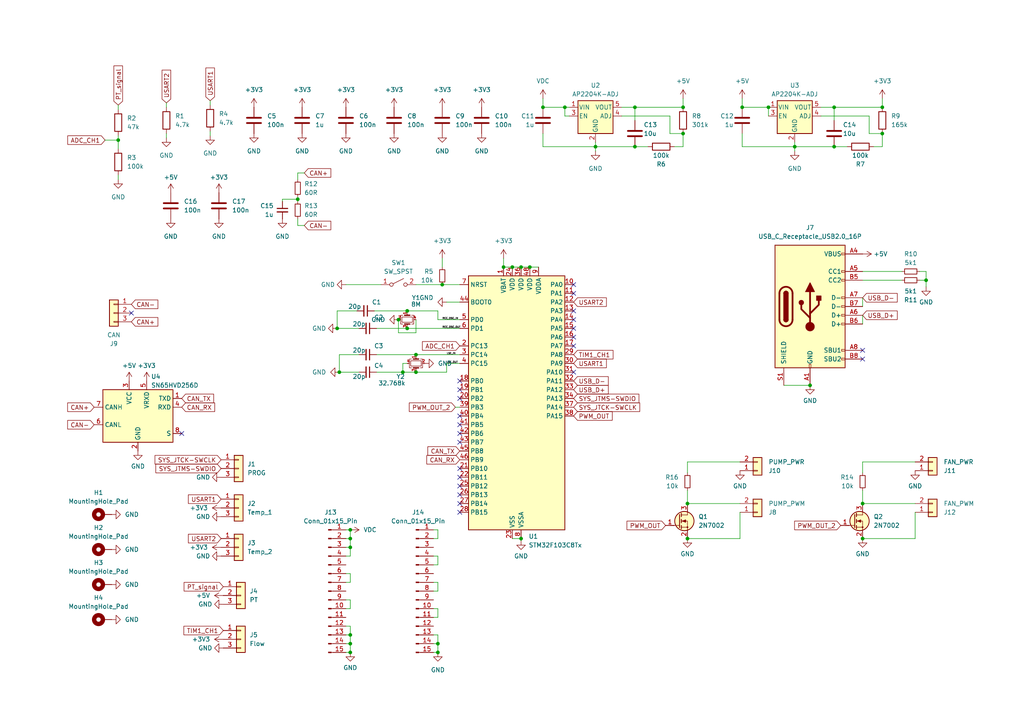
<source format=kicad_sch>
(kicad_sch (version 20230121) (generator eeschema)
  (paper "A4")
  (title_block (title "Cooling DAQ") (date "2025-02-05"))
  (lib_symbols
    (symbol "Connector:Conn_01x15_Pin" (pin_names (offset 1.016) hide)
      (property "Reference" "J" (at 0 20.32 0))
      (property "Value" "Conn_01x15_Pin" (at 0 -20.32 0))
      (symbol "Conn_01x15_Pin_1_1"
        (pin passive line (at 5.08 17.78 180) (length 3.81) (name "Pin_1") (number "1"))
        (pin passive line (at 5.08 -5.08 180) (length 3.81) (name "Pin_10") (number "10"))
        (pin passive line (at 5.08 -7.62 180) (length 3.81) (name "Pin_11") (number "11"))
        (pin passive line (at 5.08 -10.16 180) (length 3.81) (name "Pin_12") (number "12"))
        (pin passive line (at 5.08 -12.7 180) (length 3.81) (name "Pin_13") (number "13"))
        (pin passive line (at 5.08 -15.24 180) (length 3.81) (name "Pin_14") (number "14"))
        (pin passive line (at 5.08 -17.78 180) (length 3.81) (name "Pin_15") (number "15"))
        (pin passive line (at 5.08 15.24 180) (length 3.81) (name "Pin_2") (number "2"))
        (pin passive line (at 5.08 12.7 180) (length 3.81) (name "Pin_3") (number "3"))
        (pin passive line (at 5.08 10.16 180) (length 3.81) (name "Pin_4") (number "4"))
        (pin passive line (at 5.08 7.62 180) (length 3.81) (name "Pin_5") (number "5"))
        (pin passive line (at 5.08 5.08 180) (length 3.81) (name "Pin_6") (number "6"))
        (pin passive line (at 5.08 2.54 180) (length 3.81) (name "Pin_7") (number "7"))
        (pin passive line (at 5.08 0 180) (length 3.81) (name "Pin_8") (number "8"))
        (pin passive line (at 5.08 -2.54 180) (length 3.81) (name "Pin_9") (number "9"))
      )
    )
    (symbol "Connector:USB_C_Receptacle_USB2.0_16P" (pin_names (offset 1.016))
      (property "Reference" "J" (at 0 22.225 0))
      (property "Value" "USB_C_Receptacle_USB2.0_16P" (at 0 19.685 0))
      (symbol "USB_C_Receptacle_USB2.0_16P_1_1"
        (pin passive line (at 0 -22.86 90) (length 5.08) (name "GND") (number "A1"))
        (pin passive line (at 0 -22.86 90) (length 5.08) hide (name "GND") (number "A12"))
        (pin passive line (at 15.24 15.24 180) (length 5.08) (name "VBUS") (number "A4"))
        (pin bidirectional line (at 15.24 10.16 180) (length 5.08) (name "CC1") (number "A5"))
        (pin bidirectional line (at 15.24 -2.54 180) (length 5.08) (name "D+") (number "A6"))
        (pin bidirectional line (at 15.24 2.54 180) (length 5.08) (name "D-") (number "A7"))
        (pin bidirectional line (at 15.24 -12.7 180) (length 5.08) (name "SBU1") (number "A8"))
        (pin passive line (at 15.24 15.24 180) (length 5.08) hide (name "VBUS") (number "A9"))
        (pin passive line (at 0 -22.86 90) (length 5.08) hide (name "GND") (number "B1"))
        (pin passive line (at 0 -22.86 90) (length 5.08) hide (name "GND") (number "B12"))
        (pin passive line (at 15.24 15.24 180) (length 5.08) hide (name "VBUS") (number "B4"))
        (pin bidirectional line (at 15.24 7.62 180) (length 5.08) (name "CC2") (number "B5"))
        (pin bidirectional line (at 15.24 -5.08 180) (length 5.08) (name "D+") (number "B6"))
        (pin bidirectional line (at 15.24 0 180) (length 5.08) (name "D-") (number "B7"))
        (pin bidirectional line (at 15.24 -15.24 180) (length 5.08) (name "SBU2") (number "B8"))
        (pin passive line (at 15.24 15.24 180) (length 5.08) hide (name "VBUS") (number "B9"))
        (pin passive line (at -7.62 -22.86 90) (length 5.08) (name "SHIELD") (number "S1"))
      )
    )
    (symbol "Connector_Generic:Conn_01x02" (pin_names (offset 1.016) hide)
      (property "Reference" "J" (at 0 2.54 0))
      (property "Value" "Conn_01x02" (at 0 -5.08 0))
      (symbol "Conn_01x02_1_1"
        (pin passive line (at -5.08 0 0) (length 3.81) (name "Pin_1") (number "1"))
        (pin passive line (at -5.08 -2.54 0) (length 3.81) (name "Pin_2") (number "2"))
      )
    )
    (symbol "Connector_Generic:Conn_01x03" (pin_names (offset 1.016) hide)
      (property "Reference" "J" (at 0 5.08 0))
      (property "Value" "Conn_01x03" (at 0 -5.08 0))
      (symbol "Conn_01x03_1_1"
        (pin passive line (at -5.08 2.54 0) (length 3.81) (name "Pin_1") (number "1"))
        (pin passive line (at -5.08 0 0) (length 3.81) (name "Pin_2") (number "2"))
        (pin passive line (at -5.08 -2.54 0) (length 3.81) (name "Pin_3") (number "3"))
      )
    )
    (symbol "Device:C" (pin_numbers hide) (pin_names (offset 0.254))
      (property "Reference" "C" (at 0.635 2.54 0))
      (property "Value" "C" (at 0.635 -2.54 0))
      (symbol "C_1_1"
        (pin passive line (at 0 3.81 270) (length 2.794) (name "~") (number "1"))
        (pin passive line (at 0 -3.81 90) (length 2.794) (name "~") (number "2"))
      )
    )
    (symbol "Device:C_Small" (pin_numbers hide) (pin_names (offset 0.254) hide)
      (property "Reference" "C" (at 0.254 1.778 0))
      (property "Value" "C_Small" (at 0.254 -2.032 0))
      (symbol "C_Small_1_1"
        (pin passive line (at 0 2.54 270) (length 2.032) (name "~") (number "1"))
        (pin passive line (at 0 -2.54 90) (length 2.032) (name "~") (number "2"))
      )
    )
    (symbol "Device:Crystal_GND24_Small" (pin_names (offset 1.016) hide)
      (property "Reference" "Y" (at 1.27 4.445 0))
      (property "Value" "Crystal_GND24_Small" (at 1.27 2.54 0))
      (symbol "Crystal_GND24_Small_1_1"
        (pin passive line (at -2.54 0 0) (length 1.27) (name "1") (number "1"))
        (pin passive line (at 0 -2.54 90) (length 0.635) (name "2") (number "2"))
        (pin passive line (at 2.54 0 180) (length 1.27) (name "3") (number "3"))
        (pin passive line (at 0 2.54 270) (length 0.635) (name "4") (number "4"))
      )
    )
    (symbol "Device:R" (pin_numbers hide) (pin_names (offset 0))
      (property "Reference" "R" (at 2.032 0 90))
      (property "Value" "R" (at 0 0 90))
      (symbol "R_1_1"
        (pin passive line (at 0 3.81 270) (length 1.27) (name "~") (number "1"))
        (pin passive line (at 0 -3.81 90) (length 1.27) (name "~") (number "2"))
      )
    )
    (symbol "Device:R_Small" (pin_numbers hide) (pin_names (offset 0.254) hide)
      (property "Reference" "R" (at 0.762 0.508 0))
      (property "Value" "R_Small" (at 0.762 -1.016 0))
      (symbol "R_Small_1_1"
        (pin passive line (at 0 2.54 270) (length 0.762) (name "~") (number "1"))
        (pin passive line (at 0 -2.54 90) (length 0.762) (name "~") (number "2"))
      )
    )
    (symbol "Interface_CAN_LIN:SN65HVD256D"
      (property "Reference" "U" (at -8.89 8.89 0))
      (property "Value" "SN65HVD256D" (at 2.54 8.89 0))
      (symbol "SN65HVD256D_1_1"
        (pin input line (at -12.7 5.08 0) (length 2.54) (name "TXD") (number "1"))
        (pin power_in line (at 0 -10.16 90) (length 2.54) (name "GND") (number "2"))
        (pin power_in line (at 2.54 10.16 270) (length 2.54) (name "VCC") (number "3"))
        (pin output line (at -12.7 2.54 0) (length 2.54) (name "RXD") (number "4"))
        (pin power_in line (at -2.54 10.16 270) (length 2.54) (name "VRXD") (number "5"))
        (pin bidirectional line (at 12.7 -2.54 180) (length 2.54) (name "CANL") (number "6"))
        (pin bidirectional line (at 12.7 2.54 180) (length 2.54) (name "CANH") (number "7"))
        (pin input line (at -12.7 -5.08 0) (length 2.54) (name "S") (number "8"))
      )
    )
    (symbol "MCU_ST_STM32F1:STM32F103C8Tx"
      (property "Reference" "U" (at -12.7 39.37 0))
      (property "Value" "STM32F103C8Tx" (at 10.16 39.37 0))
      (symbol "STM32F103C8Tx_1_1"
        (pin power_in line (at -2.54 40.64 270) (length 2.54) (name "VBAT") (number "1"))
        (pin bidirectional line (at 17.78 35.56 180) (length 2.54) (name "PA0") (number "10"))
        (pin bidirectional line (at 17.78 33.02 180) (length 2.54) (name "PA1") (number "11"))
        (pin bidirectional line (at 17.78 30.48 180) (length 2.54) (name "PA2") (number "12"))
        (pin bidirectional line (at 17.78 27.94 180) (length 2.54) (name "PA3") (number "13"))
        (pin bidirectional line (at 17.78 25.4 180) (length 2.54) (name "PA4") (number "14"))
        (pin bidirectional line (at 17.78 22.86 180) (length 2.54) (name "PA5") (number "15"))
        (pin bidirectional line (at 17.78 20.32 180) (length 2.54) (name "PA6") (number "16"))
        (pin bidirectional line (at 17.78 17.78 180) (length 2.54) (name "PA7") (number "17"))
        (pin bidirectional line (at -15.24 7.62 0) (length 2.54) (name "PB0") (number "18"))
        (pin bidirectional line (at -15.24 5.08 0) (length 2.54) (name "PB1") (number "19"))
        (pin bidirectional line (at -15.24 17.78 0) (length 2.54) (name "PC13") (number "2"))
        (pin bidirectional line (at -15.24 2.54 0) (length 2.54) (name "PB2") (number "20"))
        (pin bidirectional line (at -15.24 -17.78 0) (length 2.54) (name "PB10") (number "21"))
        (pin bidirectional line (at -15.24 -20.32 0) (length 2.54) (name "PB11") (number "22"))
        (pin power_in line (at 0 -38.1 90) (length 2.54) (name "VSS") (number "23"))
        (pin power_in line (at 0 40.64 270) (length 2.54) (name "VDD") (number "24"))
        (pin bidirectional line (at -15.24 -22.86 0) (length 2.54) (name "PB12") (number "25"))
        (pin bidirectional line (at -15.24 -25.4 0) (length 2.54) (name "PB13") (number "26"))
        (pin bidirectional line (at -15.24 -27.94 0) (length 2.54) (name "PB14") (number "27"))
        (pin bidirectional line (at -15.24 -30.48 0) (length 2.54) (name "PB15") (number "28"))
        (pin bidirectional line (at 17.78 15.24 180) (length 2.54) (name "PA8") (number "29"))
        (pin bidirectional line (at -15.24 15.24 0) (length 2.54) (name "PC14") (number "3"))
        (pin bidirectional line (at 17.78 12.7 180) (length 2.54) (name "PA9") (number "30"))
        (pin bidirectional line (at 17.78 10.16 180) (length 2.54) (name "PA10") (number "31"))
        (pin bidirectional line (at 17.78 7.62 180) (length 2.54) (name "PA11") (number "32"))
        (pin bidirectional line (at 17.78 5.08 180) (length 2.54) (name "PA12") (number "33"))
        (pin bidirectional line (at 17.78 2.54 180) (length 2.54) (name "PA13") (number "34"))
        (pin passive line (at 0 -38.1 90) (length 2.54) hide (name "VSS") (number "35"))
        (pin power_in line (at 2.54 40.64 270) (length 2.54) (name "VDD") (number "36"))
        (pin bidirectional line (at 17.78 0 180) (length 2.54) (name "PA14") (number "37"))
        (pin bidirectional line (at 17.78 -2.54 180) (length 2.54) (name "PA15") (number "38"))
        (pin bidirectional line (at -15.24 0 0) (length 2.54) (name "PB3") (number "39"))
        (pin bidirectional line (at -15.24 12.7 0) (length 2.54) (name "PC15") (number "4"))
        (pin bidirectional line (at -15.24 -2.54 0) (length 2.54) (name "PB4") (number "40"))
        (pin bidirectional line (at -15.24 -5.08 0) (length 2.54) (name "PB5") (number "41"))
        (pin bidirectional line (at -15.24 -7.62 0) (length 2.54) (name "PB6") (number "42"))
        (pin bidirectional line (at -15.24 -10.16 0) (length 2.54) (name "PB7") (number "43"))
        (pin input line (at -15.24 30.48 0) (length 2.54) (name "BOOT0") (number "44"))
        (pin bidirectional line (at -15.24 -12.7 0) (length 2.54) (name "PB8") (number "45"))
        (pin bidirectional line (at -15.24 -15.24 0) (length 2.54) (name "PB9") (number "46"))
        (pin passive line (at 0 -38.1 90) (length 2.54) hide (name "VSS") (number "47"))
        (pin power_in line (at 5.08 40.64 270) (length 2.54) (name "VDD") (number "48"))
        (pin bidirectional line (at -15.24 25.4 0) (length 2.54) (name "PD0") (number "5"))
        (pin bidirectional line (at -15.24 22.86 0) (length 2.54) (name "PD1") (number "6"))
        (pin input line (at -15.24 35.56 0) (length 2.54) (name "NRST") (number "7"))
        (pin power_in line (at 2.54 -38.1 90) (length 2.54) (name "VSSA") (number "8"))
        (pin power_in line (at 7.62 40.64 270) (length 2.54) (name "VDDA") (number "9"))
      )
    )
    (symbol "Mechanical:MountingHole_Pad" (pin_numbers hide) (pin_names (offset 1.016) hide)
      (property "Reference" "H" (at 0 6.35 0))
      (property "Value" "MountingHole_Pad" (at 0 4.445 0))
      (symbol "MountingHole_Pad_1_1"
        (pin input line (at 0 -2.54 90) (length 2.54) (name "1") (number "1"))
      )
    )
    (symbol "PCM_Transistor_MOSFET_AKL:2N7002" (pin_names hide)
      (property "Reference" "Q" (at 5.08 1.27 0))
      (property "Value" "2N7002" (at 5.08 -1.27 0))
      (symbol "2N7002_1_1"
        (pin input line (at -3.81 -1.27 0) (length 2.54) (name "G") (number "1"))
        (pin passive line (at 2.54 -5.08 90) (length 2.54) (name "S") (number "2"))
        (pin passive line (at 2.54 5.08 270) (length 2.54) (name "D") (number "3"))
      )
    )
    (symbol "Regulator_Linear:AP2204K-ADJ" (pin_names (offset 0.254))
      (property "Reference" "U" (at -5.08 5.715 0))
      (property "Value" "AP2204K-ADJ" (at 0 5.715 0))
      (symbol "AP2204K-ADJ_1_1"
        (pin power_in line (at -7.62 2.54 0) (length 2.54) (name "VIN") (number "1"))
        (pin power_in line (at 0 -7.62 90) (length 2.54) (name "GND") (number "2"))
        (pin input line (at -7.62 0 0) (length 2.54) (name "EN") (number "3"))
        (pin input line (at 7.62 0 180) (length 2.54) (name "ADJ") (number "4"))
        (pin power_out line (at 7.62 2.54 180) (length 2.54) (name "VOUT") (number "5"))
      )
    )
    (symbol "Switch:SW_SPST" (pin_names (offset 0) hide)
      (property "Reference" "SW" (at 0 3.175 0))
      (property "Value" "SW_SPST" (at 0 -2.54 0))
      (symbol "SW_SPST_1_1"
        (pin passive line (at -5.08 0 0) (length 2.54) (name "A") (number "1"))
        (pin passive line (at 5.08 0 180) (length 2.54) (name "B") (number "2"))
      )
    )
    (symbol "power:+3V3" (power) (pin_names (offset 0))
      (property "Value" "+3V3" (at 0 3.556 0))
      (symbol "+3V3_1_1"
        (pin power_in line (at 0 0 90) (length 0) hide (name "+3V3") (number "1"))
      )
    )
    (symbol "power:+5V" (power) (pin_names (offset 0))
      (property "Value" "+5V" (at 0 3.556 0))
      (symbol "+5V_1_1"
        (pin power_in line (at 0 0 90) (length 0) hide (name "+5V") (number "1"))
      )
    )
    (symbol "power:GND" (power) (pin_names (offset 0))
      (property "Value" "GND" (at 0 -3.81 0))
      (symbol "GND_1_1"
        (pin power_in line (at 0 0 270) (length 0) hide (name "GND") (number "1"))
      )
    )
    (symbol "power:VDC" (power) (pin_names (offset 0))
      (property "Value" "VDC" (at 0 6.35 0))
      (symbol "VDC_1_1"
        (pin power_in line (at 0 0 90) (length 0) hide (name "VDC") (number "1"))
      )
    )
  )
  (junction (at 241.935 31.115))
  (junction (at 97.79 95.25))
  (junction (at 153.67 77.47))
  (junction (at 101.6 184.15))
  (junction (at 184.15 31.115))
  (junction (at 127 186.69))
  (junction (at 199.39 156.21))
  (junction (at 101.6 156.21))
  (junction (at 101.6 153.67))
  (junction (at 101.6 186.69))
  (junction (at 127 189.23))
  (junction (at 230.505 42.545))
  (junction (at 98.425 107.95))
  (junction (at 222.885 31.115))
  (junction (at 148.59 77.47))
  (junction (at 146.05 77.47))
  (junction (at 241.935 42.545))
  (junction (at 250.19 156.21))
  (junction (at 128.27 82.55))
  (junction (at 101.6 189.23))
  (junction (at 198.12 31.115))
  (junction (at 151.13 77.47))
  (junction (at 101.6 158.75))
  (junction (at 268.605 81.28))
  (junction (at 234.95 111.76))
  (junction (at 120.65 102.87))
  (junction (at 116.84 107.95))
  (junction (at 255.905 38.735))
  (junction (at 163.83 31.115))
  (junction (at 184.15 42.545))
  (junction (at 118.11 95.25))
  (junction (at 34.29 40.64))
  (junction (at 198.12 38.735))
  (junction (at 118.11 90.17))
  (junction (at 86.36 57.785))
  (junction (at 120.65 107.95))
  (junction (at 151.13 156.21))
  (junction (at 199.39 146.05))
  (junction (at 172.72 42.545))
  (junction (at 157.48 31.115))
  (junction (at 115.57 92.71))
  (junction (at 215.265 31.115))
  (junction (at 255.905 31.115))
  (junction (at 250.19 146.05))
  (no_connect (at 52.705 125.73))
  (no_connect (at 166.37 85.09))
  (no_connect (at 133.35 113.03))
  (no_connect (at 133.35 146.05))
  (no_connect (at 166.37 82.55))
  (no_connect (at 133.35 128.27))
  (no_connect (at 133.35 148.59))
  (no_connect (at 133.35 120.65))
  (no_connect (at 166.37 95.25))
  (no_connect (at 133.35 143.51))
  (no_connect (at 250.19 104.14))
  (no_connect (at 166.37 100.33))
  (no_connect (at 166.37 90.17))
  (no_connect (at 133.35 125.73))
  (no_connect (at 166.37 107.95))
  (no_connect (at 133.35 123.19))
  (no_connect (at 38.1 90.805))
  (no_connect (at 133.35 138.43))
  (no_connect (at 133.35 140.97))
  (no_connect (at 166.37 97.79))
  (no_connect (at 133.35 135.89))
  (no_connect (at 133.35 110.49))
  (no_connect (at 166.37 92.71))
  (no_connect (at 133.35 115.57))
  (no_connect (at 250.19 101.6))
  (wire (pts (xy 250.19 146.05) (xy 265.43 146.05)))
  (wire (pts (xy 120.65 82.55) (xy 128.27 82.55)))
  (wire (pts (xy 180.34 33.655) (xy 194.31 33.655)))
  (wire (pts (xy 127 184.15) (xy 125.73 184.15)))
  (wire (pts (xy 268.605 78.74) (xy 268.605 81.28)))
  (wire (pts (xy 241.935 31.115) (xy 241.935 34.925)))
  (wire (pts (xy 163.83 33.655) (xy 165.1 33.655)))
  (wire (pts (xy 98.425 102.87) (xy 104.14 102.87)))
  (wire (pts (xy 214.63 148.59) (xy 214.63 156.21)))
  (wire (pts (xy 108.585 90.17) (xy 118.11 90.17)))
  (wire (pts (xy 128.27 82.55) (xy 133.35 82.55)))
  (wire (pts (xy 163.83 31.115) (xy 165.1 31.115)))
  (wire (pts (xy 100.33 153.67) (xy 101.6 153.67)))
  (wire (pts (xy 129.54 105.41) (xy 133.35 105.41)))
  (wire (pts (xy 151.13 77.47) (xy 153.67 77.47)))
  (wire (pts (xy 129.54 87.63) (xy 133.35 87.63)))
  (wire (pts (xy 127 92.71) (xy 127 90.17)))
  (wire (pts (xy 148.59 156.21) (xy 151.13 156.21)))
  (wire (pts (xy 101.6 176.53) (xy 101.6 173.99)))
  (wire (pts (xy 100.33 186.69) (xy 101.6 186.69)))
  (wire (pts (xy 198.12 28.575) (xy 198.12 31.115)))
  (wire (pts (xy 98.425 107.95) (xy 98.425 102.87)))
  (wire (pts (xy 101.6 156.21) (xy 101.6 153.67)))
  (wire (pts (xy 81.915 57.785) (xy 86.36 57.785)))
  (wire (pts (xy 215.265 28.575) (xy 215.265 31.115)))
  (wire (pts (xy 86.36 57.785) (xy 86.36 58.42)))
  (wire (pts (xy 157.48 38.735) (xy 157.48 42.545)))
  (wire (pts (xy 199.39 133.985) (xy 199.39 137.16)))
  (wire (pts (xy 241.935 31.115) (xy 255.905 31.115)))
  (wire (pts (xy 180.34 31.115) (xy 184.15 31.115)))
  (wire (pts (xy 198.12 42.545) (xy 198.12 38.735)))
  (wire (pts (xy 146.05 77.47) (xy 148.59 77.47)))
  (wire (pts (xy 172.72 41.275) (xy 172.72 42.545)))
  (wire (pts (xy 125.73 189.23) (xy 127 189.23)))
  (wire (pts (xy 255.905 28.575) (xy 255.905 31.115)))
  (wire (pts (xy 250.19 133.985) (xy 250.19 137.16)))
  (wire (pts (xy 97.79 95.25) (xy 97.79 90.17)))
  (wire (pts (xy 157.48 31.115) (xy 163.83 31.115)))
  (wire (pts (xy 163.83 31.115) (xy 163.83 33.655)))
  (wire (pts (xy 252.095 33.655) (xy 252.095 38.735)))
  (wire (pts (xy 34.29 39.37) (xy 34.29 40.64)))
  (wire (pts (xy 230.505 42.545) (xy 241.935 42.545)))
  (wire (pts (xy 127 186.69) (xy 127 184.15)))
  (wire (pts (xy 199.39 156.21) (xy 214.63 156.21)))
  (wire (pts (xy 98.425 107.95) (xy 104.14 107.95)))
  (wire (pts (xy 266.7 78.74) (xy 268.605 78.74)))
  (wire (pts (xy 109.22 107.95) (xy 116.84 107.95)))
  (wire (pts (xy 238.125 33.655) (xy 252.095 33.655)))
  (wire (pts (xy 268.605 81.28) (xy 266.7 81.28)))
  (wire (pts (xy 120.65 92.71) (xy 120.65 96.52)))
  (wire (pts (xy 100.33 158.75) (xy 101.6 158.75)))
  (wire (pts (xy 184.15 42.545) (xy 187.96 42.545)))
  (wire (pts (xy 86.36 65.405) (xy 86.36 63.5)))
  (wire (pts (xy 60.96 38.1) (xy 60.96 39.37)))
  (wire (pts (xy 195.58 42.545) (xy 198.12 42.545)))
  (wire (pts (xy 148.59 77.47) (xy 151.13 77.47)))
  (wire (pts (xy 199.39 142.24) (xy 199.39 146.05)))
  (wire (pts (xy 199.39 133.985) (xy 214.63 133.985)))
  (wire (pts (xy 250.19 81.28) (xy 261.62 81.28)))
  (wire (pts (xy 116.84 105.41) (xy 116.84 107.95)))
  (wire (pts (xy 125.73 161.29) (xy 127 161.29)))
  (wire (pts (xy 125.73 171.45) (xy 127 171.45)))
  (wire (pts (xy 125.73 153.67) (xy 127 153.67)))
  (wire (pts (xy 101.6 161.29) (xy 101.6 158.75)))
  (wire (pts (xy 34.29 50.8) (xy 34.29 52.07)))
  (wire (pts (xy 109.22 95.25) (xy 118.11 95.25)))
  (wire (pts (xy 125.73 168.91) (xy 127 168.91)))
  (wire (pts (xy 127 92.71) (xy 133.35 92.71)))
  (wire (pts (xy 125.73 156.21) (xy 127 156.21)))
  (wire (pts (xy 230.505 42.545) (xy 230.505 43.815)))
  (wire (pts (xy 238.125 31.115) (xy 241.935 31.115)))
  (wire (pts (xy 172.72 42.545) (xy 184.15 42.545)))
  (wire (pts (xy 34.29 40.64) (xy 34.29 43.18)))
  (wire (pts (xy 215.265 31.115) (xy 222.885 31.115)))
  (wire (pts (xy 241.935 42.545) (xy 245.745 42.545)))
  (wire (pts (xy 199.39 146.05) (xy 214.63 146.05)))
  (wire (pts (xy 48.26 38.735) (xy 48.26 40.005)))
  (wire (pts (xy 120.65 102.87) (xy 133.35 102.87)))
  (wire (pts (xy 86.36 57.15) (xy 86.36 57.785)))
  (wire (pts (xy 184.15 31.115) (xy 198.12 31.115)))
  (wire (pts (xy 100.33 189.23) (xy 101.6 189.23)))
  (wire (pts (xy 115.57 96.52) (xy 115.57 92.71)))
  (wire (pts (xy 109.22 102.87) (xy 120.65 102.87)))
  (wire (pts (xy 100.33 184.15) (xy 101.6 184.15)))
  (wire (pts (xy 215.265 42.545) (xy 230.505 42.545)))
  (wire (pts (xy 60.96 29.21) (xy 60.96 30.48)))
  (wire (pts (xy 194.31 38.735) (xy 198.12 38.735)))
  (wire (pts (xy 100.33 166.37) (xy 101.6 166.37)))
  (wire (pts (xy 127 171.45) (xy 127 168.91)))
  (wire (pts (xy 127 189.23) (xy 127 186.69)))
  (wire (pts (xy 101.6 166.37) (xy 101.6 168.91)))
  (wire (pts (xy 118.11 95.25) (xy 133.35 95.25)))
  (wire (pts (xy 230.505 41.275) (xy 230.505 42.545)))
  (wire (pts (xy 34.29 30.48) (xy 34.29 31.75)))
  (wire (pts (xy 101.6 158.75) (xy 101.6 156.21)))
  (wire (pts (xy 125.73 176.53) (xy 127 176.53)))
  (wire (pts (xy 118.11 90.17) (xy 127 90.17)))
  (wire (pts (xy 120.65 96.52) (xy 115.57 96.52)))
  (wire (pts (xy 184.15 31.115) (xy 184.15 34.925)))
  (wire (pts (xy 252.095 38.735) (xy 255.905 38.735)))
  (wire (pts (xy 132.08 118.11) (xy 133.35 118.11)))
  (wire (pts (xy 88.265 65.405) (xy 86.36 65.405)))
  (wire (pts (xy 250.19 133.985) (xy 265.43 133.985)))
  (wire (pts (xy 101.6 181.61) (xy 101.6 184.15)))
  (wire (pts (xy 151.13 156.21) (xy 151.13 156.845)))
  (wire (pts (xy 250.19 91.44) (xy 250.19 93.98)))
  (wire (pts (xy 129.54 107.95) (xy 129.54 105.41)))
  (wire (pts (xy 97.79 90.17) (xy 103.505 90.17)))
  (wire (pts (xy 118.11 105.41) (xy 116.84 105.41)))
  (wire (pts (xy 86.36 50.165) (xy 86.36 52.07)))
  (wire (pts (xy 194.31 33.655) (xy 194.31 38.735)))
  (wire (pts (xy 268.605 81.28) (xy 268.605 83.185)))
  (wire (pts (xy 48.26 29.845) (xy 48.26 31.115)))
  (wire (pts (xy 100.33 173.99) (xy 101.6 173.99)))
  (wire (pts (xy 100.33 82.55) (xy 110.49 82.55)))
  (wire (pts (xy 250.19 156.21) (xy 265.43 156.21)))
  (wire (pts (xy 100.33 161.29) (xy 101.6 161.29)))
  (wire (pts (xy 222.885 31.115) (xy 222.885 33.655)))
  (wire (pts (xy 146.05 74.93) (xy 146.05 77.47)))
  (wire (pts (xy 157.48 42.545) (xy 172.72 42.545)))
  (wire (pts (xy 120.65 107.95) (xy 129.54 107.95)))
  (wire (pts (xy 127 179.07) (xy 127 176.53)))
  (wire (pts (xy 265.43 148.59) (xy 265.43 156.21)))
  (wire (pts (xy 101.6 186.69) (xy 101.6 189.23)))
  (wire (pts (xy 100.33 176.53) (xy 101.6 176.53)))
  (wire (pts (xy 215.265 38.735) (xy 215.265 42.545)))
  (wire (pts (xy 255.905 42.545) (xy 255.905 38.735)))
  (wire (pts (xy 30.48 40.64) (xy 34.29 40.64)))
  (wire (pts (xy 250.19 142.24) (xy 250.19 146.05)))
  (wire (pts (xy 116.84 107.95) (xy 120.65 107.95)))
  (wire (pts (xy 125.73 163.83) (xy 127 163.83)))
  (wire (pts (xy 100.33 156.21) (xy 101.6 156.21)))
  (wire (pts (xy 172.72 42.545) (xy 172.72 43.815)))
  (wire (pts (xy 88.265 50.165) (xy 86.36 50.165)))
  (wire (pts (xy 261.62 78.74) (xy 250.19 78.74)))
  (wire (pts (xy 81.915 57.785) (xy 81.915 58.42)))
  (wire (pts (xy 100.33 181.61) (xy 101.6 181.61)))
  (wire (pts (xy 127 163.83) (xy 127 161.29)))
  (wire (pts (xy 157.48 28.575) (xy 157.48 31.115)))
  (wire (pts (xy 101.6 184.15) (xy 101.6 186.69)))
  (wire (pts (xy 127 153.67) (xy 127 156.21)))
  (wire (pts (xy 125.73 179.07) (xy 127 179.07)))
  (wire (pts (xy 128.27 74.93) (xy 128.27 77.47)))
  (wire (pts (xy 97.79 95.25) (xy 104.14 95.25)))
  (wire (pts (xy 101.6 168.91) (xy 100.33 168.91)))
  (wire (pts (xy 227.33 111.76) (xy 234.95 111.76)))
  (wire (pts (xy 153.67 77.47) (xy 156.21 77.47)))
  (wire (pts (xy 253.365 42.545) (xy 255.905 42.545)))
  (wire (pts (xy 125.73 186.69) (xy 127 186.69)))
  (wire (pts (xy 250.19 86.36) (xy 250.19 88.9)))
  (label "RCC_OSC_IN" (at 128.27 92.71 0) (effects (font (size 0.5 0.5))))
  (label "RCC_OSC_OUT" (at 128.27 95.25 0) (effects (font (size 0.5 0.5))))
  (label "LSE_IN" (at 129.54 102.87 0) (effects (font (size 0.5 0.5))))
  (label "LSE_OUT" (at 129.54 105.41 0) (effects (font (size 0.5 0.5))))
  (global_label "USART1" (shape input) (at 64.135 144.78 180) (property "Intersheetrefs" "${INTERSHEET_REFS}" (effects hide)))
  (global_label "USB_D-" (shape input) (at 250.19 86.36 0) (property "Intersheetrefs" "${INTERSHEET_REFS}" (effects hide)))
  (global_label "TIM1_CH1" (shape input) (at 166.37 102.87 0) (property "Intersheetrefs" "${INTERSHEET_REFS}" (effects hide)))
  (global_label "PT_signal" (shape input) (at 64.77 170.18 180) (property "Intersheetrefs" "${INTERSHEET_REFS}" (effects hide)))
  (global_label "USB_D+" (shape input) (at 250.19 91.44 0) (property "Intersheetrefs" "${INTERSHEET_REFS}" (effects hide)))
  (global_label "CAN_RX" (shape input) (at 133.35 133.35 180) (property "Intersheetrefs" "${INTERSHEET_REFS}" (effects hide)))
  (global_label "PWM_OUT" (shape input) (at 193.04 152.4 180) (property "Intersheetrefs" "${INTERSHEET_REFS}" (effects hide)))
  (global_label "SYS_JTMS-SWDIO" (shape input) (at 166.37 115.57 0) (property "Intersheetrefs" "${INTERSHEET_REFS}" (effects hide)))
  (global_label "CAN+" (shape input) (at 27.305 118.11 180) (property "Intersheetrefs" "${INTERSHEET_REFS}" (effects hide)))
  (global_label "PWM_OUT_2" (shape input) (at 243.84 152.4 180) (property "Intersheetrefs" "${INTERSHEET_REFS}" (effects hide)))
  (global_label "TIM1_CH1" (shape input) (at 64.77 182.88 180) (property "Intersheetrefs" "${INTERSHEET_REFS}" (effects hide)))
  (global_label "SYS_JTMS-SWDIO" (shape input) (at 64.135 135.89 180) (property "Intersheetrefs" "${INTERSHEET_REFS}" (effects hide)))
  (global_label "ADC_CH1" (shape input) (at 133.35 100.33 180) (property "Intersheetrefs" "${INTERSHEET_REFS}" (effects hide)))
  (global_label "CAN_RX" (shape input) (at 52.705 118.11 0) (property "Intersheetrefs" "${INTERSHEET_REFS}" (effects hide)))
  (global_label "CAN_TX" (shape input) (at 133.35 130.81 180) (property "Intersheetrefs" "${INTERSHEET_REFS}" (effects hide)))
  (global_label "USART1" (shape input) (at 60.96 29.21 90) (property "Intersheetrefs" "${INTERSHEET_REFS}" (effects hide)))
  (global_label "ADC_CH1" (shape input) (at 30.48 40.64 180) (property "Intersheetrefs" "${INTERSHEET_REFS}" (effects hide)))
  (global_label "USART2" (shape input) (at 48.26 29.845 90) (property "Intersheetrefs" "${INTERSHEET_REFS}" (effects hide)))
  (global_label "CAN-" (shape input) (at 88.265 65.405 0) (property "Intersheetrefs" "${INTERSHEET_REFS}" (effects hide)))
  (global_label "USART2" (shape input) (at 64.135 156.21 180) (property "Intersheetrefs" "${INTERSHEET_REFS}" (effects hide)))
  (global_label "PWM_OUT" (shape input) (at 166.37 120.65 0) (property "Intersheetrefs" "${INTERSHEET_REFS}" (effects hide)))
  (global_label "CAN_TX" (shape input) (at 52.705 115.57 0) (property "Intersheetrefs" "${INTERSHEET_REFS}" (effects hide)))
  (global_label "USART1" (shape input) (at 166.37 105.41 0) (property "Intersheetrefs" "${INTERSHEET_REFS}" (effects hide)))
  (global_label "PT_signal" (shape input) (at 34.29 30.48 90) (property "Intersheetrefs" "${INTERSHEET_REFS}" (effects hide)))
  (global_label "CAN-" (shape input) (at 38.1 88.265 0) (property "Intersheetrefs" "${INTERSHEET_REFS}" (effects hide)))
  (global_label "USB_D-" (shape input) (at 166.37 110.49 0) (property "Intersheetrefs" "${INTERSHEET_REFS}" (effects hide)))
  (global_label "USART2" (shape input) (at 166.37 87.63 0) (property "Intersheetrefs" "${INTERSHEET_REFS}" (effects hide)))
  (global_label "SYS_JTCK-SWCLK" (shape input) (at 166.37 118.11 0) (property "Intersheetrefs" "${INTERSHEET_REFS}" (effects hide)))
  (global_label "CAN-" (shape input) (at 27.305 123.19 180) (property "Intersheetrefs" "${INTERSHEET_REFS}" (effects hide)))
  (global_label "SYS_JTCK-SWCLK" (shape input) (at 64.135 133.35 180) (property "Intersheetrefs" "${INTERSHEET_REFS}" (effects hide)))
  (global_label "USB_D+" (shape input) (at 166.37 113.03 0) (property "Intersheetrefs" "${INTERSHEET_REFS}" (effects hide)))
  (global_label "CAN+" (shape input) (at 38.1 93.345 0) (property "Intersheetrefs" "${INTERSHEET_REFS}" (effects hide)))
  (global_label "PWM_OUT_2" (shape input) (at 132.08 118.11 180) (property "Intersheetrefs" "${INTERSHEET_REFS}" (effects hide)))
  (global_label "CAN+" (shape input) (at 88.265 50.165 0) (property "Intersheetrefs" "${INTERSHEET_REFS}" (effects hide)))
  (symbol (lib_id "power:GND") (at 64.77 187.96 270) (unit 1)
    (property "Reference" "#PWR018" (effects hide))
    (property "Value" "GND" (at 61.595 187.96 90) (effects (justify right)))
  )
  (symbol (lib_id "power:GND") (at 265.43 136.525 0) (unit 1)
    (property "Reference" "#PWR060" (effects hide))
    (property "Value" "GND" (at 265.43 140.97 0))
  )
  (symbol (lib_id "Device:C_Small") (at 81.915 60.96 0) (mirror y) (unit 1)
    (property "Reference" "C15" (at 79.375 59.6963 0) (effects (justify left)))
    (property "Value" "1u" (at 79.375 62.2363 0) (effects (justify left)))
    (property "Footprint" "Capacitor_SMD:C_0603_1608Metric" (effects hide))
  )
  (symbol (lib_id "Mechanical:MountingHole_Pad") (at 29.845 179.705 90) (unit 1)
    (property "Reference" "H4" (at 28.575 173.355 90))
    (property "Value" "MountingHole_Pad" (at 28.575 175.895 90))
    (property "Footprint" "MountingHole:MountingHole_3.2mm_M3_ISO14580_Pad" (effects hide))
  )
  (symbol (lib_id "power:VDC") (at 101.6 153.67 270) (unit 1)
    (property "Reference" "#PWR061" (effects hide))
    (property "Value" "VDC" (at 105.41 153.67 90) (effects (justify left)))
  )
  (symbol (lib_id "Device:R_Small") (at 128.27 80.01 0) (unit 1)
    (property "Reference" "R5" (at 125.73 78.74 0) (effects (justify right)))
    (property "Value" "10k" (at 125.73 81.28 0) (effects (justify right)))
    (property "Footprint" "Resistor_SMD:R_0603_1608Metric" (effects hide))
  )
  (symbol (lib_id "Mechanical:MountingHole_Pad") (at 29.845 169.545 90) (unit 1)
    (property "Reference" "H3" (at 28.575 163.195 90))
    (property "Value" "MountingHole_Pad" (at 28.575 165.735 90))
    (property "Footprint" "MountingHole:MountingHole_3.2mm_M3_ISO14580_Pad" (effects hide))
  )
  (symbol (lib_id "Connector_Generic:Conn_01x02") (at 219.71 136.525 0) (mirror x) (unit 1)
    (property "Reference" "J10" (at 222.885 136.525 0) (effects (justify left)))
    (property "Value" "PUMP_PWR" (at 222.885 133.985 0) (effects (justify left)))
    (property "Footprint" "Connector_JST:JST_XH_B2B-XH-A_1x02_P2.50mm_Vertical" (effects hide))
  )
  (symbol (lib_id "power:GND") (at 230.505 43.815 0) (unit 1)
    (property "Reference" "#PWR043" (effects hide))
    (property "Value" "GND" (at 230.505 48.895 0))
  )
  (symbol (lib_id "Connector_Generic:Conn_01x03") (at 69.85 172.72 0) (unit 1)
    (property "Reference" "J4" (at 72.39 171.45 0) (effects (justify left)))
    (property "Value" "PT" (at 72.39 173.99 0) (effects (justify left)))
    (property "Footprint" "Connector_JST:JST_XH_B3B-XH-A_1x03_P2.50mm_Vertical" (effects hide))
  )
  (symbol (lib_id "Connector_Generic:Conn_01x02") (at 219.71 148.59 0) (mirror x) (unit 1)
    (property "Reference" "J8" (at 222.885 148.59 0) (effects (justify left)))
    (property "Value" "PUMP_PWM" (at 222.885 146.05 0) (effects (justify left)))
    (property "Footprint" "Connector_JST:JST_XH_B2B-XH-A_1x02_P2.50mm_Vertical" (effects hide))
  )
  (symbol (lib_id "Device:C") (at 157.48 34.925 0) (unit 1)
    (property "Reference" "C11" (at 151.13 33.655 0) (effects (justify left)))
    (property "Value" "1u" (at 152.4 36.195 0) (effects (justify left)))
    (property "Footprint" "Resistor_SMD:R_0603_1608Metric" (effects hide))
  )
  (symbol (lib_id "power:+3V3") (at 128.27 31.115 0) (unit 1)
    (property "Reference" "#PWR035" (effects hide))
    (property "Value" "+3V3" (at 128.27 26.035 0))
  )
  (symbol (lib_id "power:GND") (at 127 189.23 0) (mirror y) (unit 1)
    (property "Reference" "#PWR063" (effects hide))
    (property "Value" "GND" (at 127 194.31 0))
  )
  (symbol (lib_id "power:GND") (at 73.66 38.735 0) (unit 1)
    (property "Reference" "#PWR028" (effects hide))
    (property "Value" "GND" (at 73.66 43.815 0))
  )
  (symbol (lib_id "PCM_Transistor_MOSFET_AKL:2N7002") (at 247.65 151.13 0) (unit 1)
    (property "Reference" "Q2" (at 253.365 149.86 0) (effects (justify left)))
    (property "Value" "2N7002" (at 253.365 152.4 0) (effects (justify left)))
    (property "Footprint" "Package_TO_SOT_SMD:SOT-23" (effects hide))
    (property "Datasheet" "https://www.tme.eu/Document/7df5cae36abdfcedddb681f5be886f05/2N7000.pdf" (effects hide))
  )
  (symbol (lib_id "Device:C") (at 87.63 34.925 0) (unit 1)
    (property "Reference" "C7" (at 91.44 33.655 0) (effects (justify left)))
    (property "Value" "1u" (at 91.44 36.195 0) (effects (justify left)))
    (property "Footprint" "Resistor_SMD:R_0603_1608Metric" (effects hide))
  )
  (symbol (lib_id "Connector_Generic:Conn_01x02") (at 270.51 136.525 0) (mirror x) (unit 1)
    (property "Reference" "J11" (at 273.685 136.525 0) (effects (justify left)))
    (property "Value" "FAN_PWR" (at 273.685 133.985 0) (effects (justify left)))
    (property "Footprint" "Connector_JST:JST_XH_B2B-XH-A_1x02_P2.50mm_Vertical" (effects hide))
  )
  (symbol (lib_id "power:+3V3") (at 114.3 31.115 0) (unit 1)
    (property "Reference" "#PWR033" (effects hide))
    (property "Value" "+3V3" (at 114.3 26.035 0))
  )
  (symbol (lib_id "power:+3V3") (at 255.905 28.575 0) (unit 1)
    (property "Reference" "#PWR046" (effects hide))
    (property "Value" "+3V3" (at 255.905 23.495 0))
  )
  (symbol (lib_id "MCU_ST_STM32F1:STM32F103C8Tx") (at 148.59 118.11 0) (unit 1)
    (property "Reference" "U1" (at 153.3241 155.575 0) (effects (justify left)))
    (property "Value" "STM32F103C8Tx" (at 153.3241 158.115 0) (effects (justify left)))
    (property "Footprint" "Package_QFP:LQFP-48_7x7mm_P0.5mm" (effects hide))
    (property "Datasheet" "https://www.st.com/resource/en/datasheet/stm32f103c8.pdf" (effects hide))
  )
  (symbol (lib_id "Device:R_Small") (at 264.16 78.74 90) (unit 1)
    (property "Reference" "R10" (at 264.16 73.66 90))
    (property "Value" "5k1" (at 264.16 76.2 90))
    (property "Footprint" "Resistor_SMD:R_0603_1608Metric" (effects hide))
  )
  (symbol (lib_id "power:GND") (at 32.385 149.225 90) (unit 1)
    (property "Reference" "#PWR01" (effects hide))
    (property "Value" "GND" (at 36.195 149.225 90) (effects (justify right)))
  )
  (symbol (lib_id "power:+3V3") (at 100.33 31.115 0) (unit 1)
    (property "Reference" "#PWR029" (effects hide))
    (property "Value" "+3V3" (at 100.33 26.035 0))
  )
  (symbol (lib_id "Connector_Generic:Conn_01x03") (at 69.215 147.32 0) (unit 1)
    (property "Reference" "J2" (at 71.755 146.05 0) (effects (justify left)))
    (property "Value" "Temp_1" (at 71.755 148.59 0) (effects (justify left)))
    (property "Footprint" "Connector_JST:JST_XH_B3B-XH-A_1x03_P2.50mm_Vertical" (effects hide))
  )
  (symbol (lib_id "power:+5V") (at 37.465 110.49 0) (unit 1)
    (property "Reference" "#PWR049" (effects hide))
    (property "Value" "+5V" (at 37.465 106.045 0))
  )
  (symbol (lib_id "Connector_Generic:Conn_01x03") (at 69.215 135.89 0) (unit 1)
    (property "Reference" "J1" (at 71.755 134.62 0) (effects (justify left)))
    (property "Value" "PROG" (at 71.755 137.16 0) (effects (justify left)))
    (property "Footprint" "Connector_PinHeader_2.54mm:PinHeader_1x03_P2.54mm_Vertical" (effects hide))
  )
  (symbol (lib_id "Device:C") (at 241.935 38.735 0) (unit 1)
    (property "Reference" "C14" (at 244.475 36.195 0) (effects (justify left)))
    (property "Value" "10u" (at 244.475 38.735 0) (effects (justify left)))
    (property "Footprint" "Resistor_SMD:R_0805_2012Metric" (effects hide))
  )
  (symbol (lib_id "power:GND") (at 32.385 169.545 90) (unit 1)
    (property "Reference" "#PWR03" (effects hide))
    (property "Value" "GND" (at 36.195 169.545 90) (effects (justify right)))
  )
  (symbol (lib_id "Device:C_Small") (at 106.68 107.95 270) (unit 1)
    (property "Reference" "C4" (at 109.855 106.045 90))
    (property "Value" "20p" (at 104.14 109.22 90))
    (property "Footprint" "Capacitor_SMD:C_0603_1608Metric" (effects hide))
  )
  (symbol (lib_id "Device:R_Small") (at 264.16 81.28 90) (mirror x) (unit 1)
    (property "Reference" "R11" (at 264.16 86.995 90))
    (property "Value" "5k1" (at 264.16 84.455 90))
    (property "Footprint" "Resistor_SMD:R_0603_1608Metric" (effects hide))
  )
  (symbol (lib_id "Device:R") (at 60.96 34.29 0) (unit 1)
    (property "Reference" "R4" (at 63.5 33.02 0) (effects (justify left)))
    (property "Value" "4.7k" (at 63.5 35.56 0) (effects (justify left)))
    (property "Footprint" "Resistor_SMD:R_0603_1608Metric" (effects hide))
  )
  (symbol (lib_id "Device:C") (at 100.33 34.925 0) (unit 1)
    (property "Reference" "C6" (at 104.14 33.655 0) (effects (justify left)))
    (property "Value" "100n" (at 104.14 36.195 0) (effects (justify left)))
    (property "Footprint" "Resistor_SMD:R_0603_1608Metric" (effects hide))
  )
  (symbol (lib_id "power:GND") (at 64.135 138.43 270) (unit 1)
    (property "Reference" "#PWR08" (effects hide))
    (property "Value" "GND" (at 60.96 138.43 90) (effects (justify right)))
  )
  (symbol (lib_id "power:GND") (at 98.425 107.95 270) (unit 1)
    (property "Reference" "#PWR014" (effects hide))
    (property "Value" "GND" (at 94.615 107.95 90) (effects (justify right)))
  )
  (symbol (lib_id "power:+3V3") (at 42.545 110.49 0) (unit 1)
    (property "Reference" "#PWR051" (effects hide))
    (property "Value" "+3V3" (at 42.545 106.045 0))
  )
  (symbol (lib_id "Connector:Conn_01x15_Pin") (at 120.65 171.45 0) (unit 1)
    (property "Reference" "J14" (at 121.285 148.59 0))
    (property "Value" "Conn_01x15_Pin" (at 121.285 151.13 0))
    (property "Footprint" "Connector_PinHeader_2.54mm:PinHeader_1x15_P2.54mm_Vertical" (effects hide))
  )
  (symbol (lib_id "power:GND") (at 34.29 52.07 0) (unit 1)
    (property "Reference" "#PWR06" (effects hide))
    (property "Value" "GND" (at 34.29 57.15 0))
  )
  (symbol (lib_id "power:GND") (at 32.385 159.385 90) (unit 1)
    (property "Reference" "#PWR02" (effects hide))
    (property "Value" "GND" (at 36.195 159.385 90) (effects (justify right)))
  )
  (symbol (lib_id "Mechanical:MountingHole_Pad") (at 29.845 159.385 90) (unit 1)
    (property "Reference" "H2" (at 28.575 153.035 90))
    (property "Value" "MountingHole_Pad" (at 28.575 155.575 90))
    (property "Footprint" "MountingHole:MountingHole_3.2mm_M3_ISO14580_Pad" (effects hide))
  )
  (symbol (lib_id "power:GND") (at 172.72 43.815 0) (unit 1)
    (property "Reference" "#PWR042" (effects hide))
    (property "Value" "GND" (at 172.72 48.895 0))
  )
  (symbol (lib_id "power:GND") (at 64.135 161.29 270) (unit 1)
    (property "Reference" "#PWR012" (effects hide))
    (property "Value" "GND" (at 60.96 161.29 90) (effects (justify right)))
  )
  (symbol (lib_id "Device:Crystal_GND24_Small") (at 120.65 105.41 90) (mirror x) (unit 1)
    (property "Reference" "Y2" (at 116.205 109.22 90))
    (property "Value" "32.768k" (at 113.665 111.125 90))
    (property "Footprint" "Crystal:Crystal_SMD_SeikoEpson_FA238-4Pin_3.2x2.5mm" (effects hide))
  )
  (symbol (lib_id "power:GND") (at 114.3 38.735 0) (unit 1)
    (property "Reference" "#PWR034" (effects hide))
    (property "Value" "GND" (at 114.3 43.815 0))
  )
  (symbol (lib_id "Connector_Generic:Conn_01x03") (at 69.85 185.42 0) (unit 1)
    (property "Reference" "J5" (at 72.39 184.15 0) (effects (justify left)))
    (property "Value" "Flow" (at 72.39 186.69 0) (effects (justify left)))
    (property "Footprint" "Connector_JST:JST_XH_B3B-XH-A_1x03_P2.50mm_Vertical" (effects hide))
  )
  (symbol (lib_id "power:GND") (at 64.77 175.26 270) (unit 1)
    (property "Reference" "#PWR016" (effects hide))
    (property "Value" "GND" (at 61.595 175.26 90) (effects (justify right)))
  )
  (symbol (lib_id "Switch:SW_SPST") (at 115.57 82.55 0) (unit 1)
    (property "Reference" "SW1" (at 115.57 76.2 0))
    (property "Value" "SW_SPST" (at 115.57 78.74 0))
    (property "Footprint" "Button_Switch_SMD:SW_SPST_FSMSM" (effects hide))
  )
  (symbol (lib_id "power:GND") (at 151.13 156.845 0) (unit 1)
    (property "Reference" "#PWR026" (effects hide))
    (property "Value" "GND" (at 151.13 161.29 0))
  )
  (symbol (lib_id "Device:R_Small") (at 199.39 139.7 0) (mirror x) (unit 1)
    (property "Reference" "R16" (at 196.85 138.43 0) (effects (justify right)))
    (property "Value" "10k" (at 196.85 140.97 0) (effects (justify right)))
    (property "Footprint" "Resistor_SMD:R_0603_1608Metric" (effects hide))
  )
  (symbol (lib_id "Device:R_Small") (at 86.36 54.61 0) (unit 1)
    (property "Reference" "R12" (at 88.265 53.34 0) (effects (justify left)))
    (property "Value" "60R" (at 88.265 55.88 0) (effects (justify left)))
    (property "Footprint" "Resistor_SMD:R_0603_1608Metric" (effects hide))
  )
  (symbol (lib_id "Device:R") (at 191.77 42.545 90) (unit 1)
    (property "Reference" "R6" (at 191.77 47.625 90))
    (property "Value" "100k" (at 191.77 45.085 90))
    (property "Footprint" "Resistor_SMD:R_0603_1608Metric" (effects hide))
  )
  (symbol (lib_id "PCM_Transistor_MOSFET_AKL:2N7002") (at 196.85 151.13 0) (unit 1)
    (property "Reference" "Q1" (at 202.565 149.86 0) (effects (justify left)))
    (property "Value" "2N7002" (at 202.565 152.4 0) (effects (justify left)))
    (property "Footprint" "Package_TO_SOT_SMD:SOT-23" (effects hide))
    (property "Datasheet" "https://www.tme.eu/Document/7df5cae36abdfcedddb681f5be886f05/2N7000.pdf" (effects hide))
  )
  (symbol (lib_id "Connector_Generic:Conn_01x03") (at 33.02 90.805 0) (mirror y) (unit 1)
    (property "Reference" "J9" (at 33.02 99.695 0))
    (property "Value" "CAN" (at 33.02 97.155 0))
    (property "Footprint" "Connector_JST:JST_XH_B3B-XH-A_1x03_P2.50mm_Vertical" (effects hide))
  )
  (symbol (lib_id "power:GND") (at 63.5 63.5 0) (unit 1)
    (property "Reference" "#PWR055" (effects hide))
    (property "Value" "GND" (at 63.5 68.58 0))
  )
  (symbol (lib_id "Device:C_Small") (at 106.68 102.87 270) (unit 1)
    (property "Reference" "C3" (at 109.855 100.33 90))
    (property "Value" "20p" (at 104.14 101.6 90))
    (property "Footprint" "Capacitor_SMD:C_0603_1608Metric" (effects hide))
  )
  (symbol (lib_id "power:+3V3") (at 146.05 74.93 0) (unit 1)
    (property "Reference" "#PWR025" (effects hide))
    (property "Value" "+3V3" (at 146.05 69.85 0))
  )
  (symbol (lib_id "power:GND") (at 48.26 40.005 0) (unit 1)
    (property "Reference" "#PWR05" (effects hide))
    (property "Value" "GND" (at 48.26 45.085 0))
  )
  (symbol (lib_id "Device:C") (at 128.27 34.925 0) (unit 1)
    (property "Reference" "C9" (at 132.08 33.655 0) (effects (justify left)))
    (property "Value" "100n" (at 132.08 36.195 0) (effects (justify left)))
    (property "Footprint" "Resistor_SMD:R_0603_1608Metric" (effects hide))
  )
  (symbol (lib_id "power:+3V3") (at 63.5 55.88 0) (unit 1)
    (property "Reference" "#PWR053" (effects hide))
    (property "Value" "+3V3" (at 63.5 51.435 0))
  )
  (symbol (lib_id "Connector_Generic:Conn_01x03") (at 69.215 158.75 0) (unit 1)
    (property "Reference" "J3" (at 71.755 157.48 0) (effects (justify left)))
    (property "Value" "Temp_2" (at 71.755 160.02 0) (effects (justify left)))
    (property "Footprint" "Connector_JST:JST_XH_B3B-XH-A_1x03_P2.50mm_Vertical" (effects hide))
  )
  (symbol (lib_id "Device:C_Small") (at 106.68 95.25 270) (unit 1)
    (property "Reference" "C2" (at 109.855 92.075 90))
    (property "Value" "20p" (at 104.14 93.98 90))
    (property "Footprint" "Capacitor_SMD:C_0603_1608Metric" (effects hide))
  )
  (symbol (lib_id "power:+3V3") (at 64.135 158.75 90) (unit 1)
    (property "Reference" "#PWR011" (effects hide))
    (property "Value" "+3V3" (at 60.325 158.75 90) (effects (justify left)))
  )
  (symbol (lib_id "Device:C") (at 63.5 59.69 0) (unit 1)
    (property "Reference" "C17" (at 67.31 58.42 0) (effects (justify left)))
    (property "Value" "100n" (at 67.31 60.96 0) (effects (justify left)))
    (property "Footprint" "Resistor_SMD:R_0603_1608Metric" (effects hide))
  )
  (symbol (lib_id "Device:R") (at 34.29 46.99 0) (unit 1)
    (property "Reference" "R3" (at 36.83 45.72 0) (effects (justify left)))
    (property "Value" "100k" (at 36.83 48.26 0) (effects (justify left)))
    (property "Footprint" "Resistor_SMD:R_0603_1608Metric" (effects hide))
  )
  (symbol (lib_id "Device:R") (at 48.26 34.925 0) (unit 1)
    (property "Reference" "R1" (at 50.8 33.655 0) (effects (justify left)))
    (property "Value" "4.7k" (at 50.8 36.195 0) (effects (justify left)))
    (property "Footprint" "Resistor_SMD:R_0603_1608Metric" (effects hide))
  )
  (symbol (lib_id "power:+5V") (at 64.77 172.72 90) (unit 1)
    (property "Reference" "#PWR015" (effects hide))
    (property "Value" "+5V" (at 60.96 172.72 90) (effects (justify left)))
  )
  (symbol (lib_id "Device:C") (at 184.15 38.735 0) (unit 1)
    (property "Reference" "C13" (at 186.69 36.195 0) (effects (justify left)))
    (property "Value" "10u" (at 186.69 38.735 0) (effects (justify left)))
    (property "Footprint" "Resistor_SMD:R_0805_2012Metric" (effects hide))
  )
  (symbol (lib_id "Device:C") (at 114.3 34.925 0) (unit 1)
    (property "Reference" "C8" (at 118.11 33.655 0) (effects (justify left)))
    (property "Value" "100n" (at 118.11 36.195 0) (effects (justify left)))
    (property "Footprint" "Resistor_SMD:R_0603_1608Metric" (effects hide))
  )
  (symbol (lib_id "power:+3V3") (at 73.66 31.115 0) (unit 1)
    (property "Reference" "#PWR027" (effects hide))
    (property "Value" "+3V3" (at 73.66 26.035 0))
  )
  (symbol (lib_id "power:VDC") (at 157.48 28.575 0) (unit 1)
    (property "Reference" "#PWR039" (effects hide))
    (property "Value" "VDC" (at 157.48 23.495 0))
  )
  (symbol (lib_id "Regulator_Linear:AP2204K-ADJ") (at 172.72 33.655 0) (unit 1)
    (property "Reference" "U2" (at 172.72 24.765 0))
    (property "Value" "AP2204K-ADJ" (at 172.72 27.305 0))
    (property "Footprint" "Package_TO_SOT_SMD:SOT-23-5" (effects hide))
    (property "Datasheet" "https://www.diodes.com/assets/Datasheets/AP2204.pdf" (effects hide))
  )
  (symbol (lib_id "power:+5V") (at 215.265 28.575 0) (unit 1)
    (property "Reference" "#PWR040" (effects hide))
    (property "Value" "+5V" (at 215.265 23.495 0))
  )
  (symbol (lib_id "power:GND") (at 100.33 82.55 270) (unit 1)
    (property "Reference" "#PWR056" (effects hide))
    (property "Value" "GND" (at 97.155 82.55 90) (effects (justify right)))
  )
  (symbol (lib_id "power:GND") (at 49.53 63.5 0) (unit 1)
    (property "Reference" "#PWR054" (effects hide))
    (property "Value" "GND" (at 49.53 68.58 0))
  )
  (symbol (lib_id "power:GND") (at 214.63 136.525 0) (unit 1)
    (property "Reference" "#PWR059" (effects hide))
    (property "Value" "GND" (at 214.63 140.97 0))
  )
  (symbol (lib_id "Device:C") (at 139.7 34.925 0) (unit 1)
    (property "Reference" "C10" (at 143.51 33.655 0) (effects (justify left)))
    (property "Value" "100n" (at 143.51 36.195 0) (effects (justify left)))
    (property "Footprint" "Resistor_SMD:R_0603_1608Metric" (effects hide))
  )
  (symbol (lib_id "power:GND") (at 115.57 92.71 270) (unit 1)
    (property "Reference" "#PWR019" (effects hide))
    (property "Value" "GND" (at 111.76 92.71 90) (effects (justify right)))
  )
  (symbol (lib_id "power:GND") (at 234.95 111.76 0) (unit 1)
    (property "Reference" "#PWR041" (effects hide))
    (property "Value" "GND" (at 234.95 116.205 0))
  )
  (symbol (lib_id "Device:R") (at 198.12 34.925 0) (unit 1)
    (property "Reference" "R8" (at 200.66 33.655 0) (effects (justify left)))
    (property "Value" "301k" (at 200.66 36.195 0) (effects (justify left)))
    (property "Footprint" "Resistor_SMD:R_0603_1608Metric" (effects hide))
  )
  (symbol (lib_id "power:+3V3") (at 139.7 31.115 0) (unit 1)
    (property "Reference" "#PWR037" (effects hide))
    (property "Value" "+3V3" (at 139.7 26.035 0))
  )
  (symbol (lib_id "power:GND") (at 81.915 63.5 0) (unit 1)
    (property "Reference" "#PWR048" (effects hide))
    (property "Value" "GND" (at 81.915 68.58 0))
  )
  (symbol (lib_id "Device:C_Small") (at 106.045 90.17 270) (unit 1)
    (property "Reference" "C1" (at 109.22 87.63 90))
    (property "Value" "20p" (at 102.87 88.9 90))
    (property "Footprint" "Capacitor_SMD:C_0603_1608Metric" (effects hide))
  )
  (symbol (lib_id "power:GND") (at 268.605 83.185 0) (mirror y) (unit 1)
    (property "Reference" "#PWR047" (effects hide))
    (property "Value" "GND" (at 268.605 87.63 0))
  )
  (symbol (lib_id "power:GND") (at 32.385 179.705 90) (unit 1)
    (property "Reference" "#PWR04" (effects hide))
    (property "Value" "GND" (at 36.195 179.705 90) (effects (justify right)))
  )
  (symbol (lib_id "power:GND") (at 199.39 156.21 0) (unit 1)
    (property "Reference" "#PWR057" (effects hide))
    (property "Value" "GND" (at 199.39 160.655 0))
  )
  (symbol (lib_id "power:GND") (at 60.96 39.37 0) (unit 1)
    (property "Reference" "#PWR07" (effects hide))
    (property "Value" "GND" (at 60.96 44.45 0))
  )
  (symbol (lib_id "Device:R_Small") (at 250.19 139.7 0) (mirror x) (unit 1)
    (property "Reference" "R14" (at 247.65 138.43 0) (effects (justify right)))
    (property "Value" "10k" (at 247.65 140.97 0) (effects (justify right)))
    (property "Footprint" "Resistor_SMD:R_0603_1608Metric" (effects hide))
  )
  (symbol (lib_id "Device:R") (at 255.905 34.925 0) (unit 1)
    (property "Reference" "R9" (at 258.445 33.655 0) (effects (justify left)))
    (property "Value" "165k" (at 258.445 36.195 0) (effects (justify left)))
    (property "Footprint" "Resistor_SMD:R_0603_1608Metric" (effects hide))
  )
  (symbol (lib_id "power:+3V3") (at 87.63 31.115 0) (unit 1)
    (property "Reference" "#PWR031" (effects hide))
    (property "Value" "+3V3" (at 87.63 26.035 0))
  )
  (symbol (lib_id "Mechanical:MountingHole_Pad") (at 29.845 149.225 90) (unit 1)
    (property "Reference" "H1" (at 28.575 142.875 90))
    (property "Value" "MountingHole_Pad" (at 28.575 145.415 90))
    (property "Footprint" "MountingHole:MountingHole_3.2mm_M3_ISO14580_Pad" (effects hide))
  )
  (symbol (lib_id "power:GND") (at 100.33 38.735 0) (unit 1)
    (property "Reference" "#PWR030" (effects hide))
    (property "Value" "GND" (at 100.33 43.815 0))
  )
  (symbol (lib_id "Device:Crystal_GND24_Small") (at 118.11 92.71 270) (unit 1)
    (property "Reference" "Y1" (at 120.65 86.36 90))
    (property "Value" "8M" (at 120.65 88.265 90))
    (property "Footprint" "Crystal:Crystal_SMD_SeikoEpson_FA238-4Pin_3.2x2.5mm" (effects hide))
  )
  (symbol (lib_id "power:GND") (at 97.79 95.25 270) (unit 1)
    (property "Reference" "#PWR013" (effects hide))
    (property "Value" "GND" (at 94.615 95.25 90) (effects (justify right)))
  )
  (symbol (lib_id "power:GND") (at 123.19 105.41 90) (unit 1)
    (property "Reference" "#PWR020" (effects hide))
    (property "Value" "GND" (at 127 105.41 90) (effects (justify right)))
  )
  (symbol (lib_id "power:GND") (at 128.27 38.735 0) (unit 1)
    (property "Reference" "#PWR036" (effects hide))
    (property "Value" "GND" (at 128.27 43.815 0))
  )
  (symbol (lib_id "Device:C") (at 73.66 34.925 0) (unit 1)
    (property "Reference" "C5" (at 77.47 33.655 0) (effects (justify left)))
    (property "Value" "100n" (at 77.47 36.195 0) (effects (justify left)))
    (property "Footprint" "Resistor_SMD:R_0603_1608Metric" (effects hide))
  )
  (symbol (lib_id "Connector_Generic:Conn_01x02") (at 270.51 148.59 0) (mirror x) (unit 1)
    (property "Reference" "J12" (at 273.685 148.59 0) (effects (justify left)))
    (property "Value" "FAN_PWM" (at 273.685 146.05 0) (effects (justify left)))
    (property "Footprint" "Connector_JST:JST_XH_B2B-XH-A_1x02_P2.50mm_Vertical" (effects hide))
  )
  (symbol (lib_id "power:+5V") (at 250.19 73.66 270) (unit 1)
    (property "Reference" "#PWR044" (effects hide))
    (property "Value" "+5V" (at 253.365 73.66 90) (effects (justify left)))
  )
  (symbol (lib_id "power:+5V") (at 49.53 55.88 0) (unit 1)
    (property "Reference" "#PWR052" (effects hide))
    (property "Value" "+5V" (at 49.53 51.435 0))
  )
  (symbol (lib_id "power:GND") (at 101.6 189.23 0) (unit 1)
    (property "Reference" "#PWR062" (effects hide))
    (property "Value" "GND" (at 101.6 193.675 0))
  )
  (symbol (lib_id "power:GND") (at 64.135 149.86 270) (unit 1)
    (property "Reference" "#PWR010" (effects hide))
    (property "Value" "GND" (at 60.96 149.86 90) (effects (justify right)))
  )
  (symbol (lib_id "Connector:Conn_01x15_Pin") (at 95.25 171.45 0) (unit 1)
    (property "Reference" "J13" (at 95.885 148.59 0))
    (property "Value" "Conn_01x15_Pin" (at 95.885 151.13 0))
    (property "Footprint" "Connector_PinHeader_2.54mm:PinHeader_1x15_P2.54mm_Vertical" (effects hide))
  )
  (symbol (lib_id "power:GND") (at 87.63 38.735 0) (unit 1)
    (property "Reference" "#PWR032" (effects hide))
    (property "Value" "GND" (at 87.63 43.815 0))
  )
  (symbol (lib_id "power:GND") (at 129.54 87.63 270) (unit 1)
    (property "Reference" "#PWR024" (effects hide))
    (property "Value" "GND" (at 125.73 86.36 90) (effects (justify right)))
  )
  (symbol (lib_id "Device:C") (at 215.265 34.925 0) (unit 1)
    (property "Reference" "C12" (at 208.915 33.655 0) (effects (justify left)))
    (property "Value" "1u" (at 210.185 36.195 0) (effects (justify left)))
    (property "Footprint" "Resistor_SMD:R_0603_1608Metric" (effects hide))
  )
  (symbol (lib_id "power:GND") (at 40.005 130.81 0) (unit 1)
    (property "Reference" "#PWR050" (effects hide))
    (property "Value" "GND" (at 40.005 135.255 0))
  )
  (symbol (lib_id "power:+3V3") (at 128.27 74.93 0) (unit 1)
    (property "Reference" "#PWR023" (effects hide))
    (property "Value" "+3V3" (at 128.27 69.85 0))
  )
  (symbol (lib_id "Device:C") (at 49.53 59.69 0) (unit 1)
    (property "Reference" "C16" (at 53.34 58.42 0) (effects (justify left)))
    (property "Value" "100n" (at 53.34 60.96 0) (effects (justify left)))
    (property "Footprint" "Resistor_SMD:R_0603_1608Metric" (effects hide))
  )
  (symbol (lib_id "power:GND") (at 139.7 38.735 0) (unit 1)
    (property "Reference" "#PWR038" (effects hide))
    (property "Value" "GND" (at 139.7 43.815 0))
  )
  (symbol (lib_id "Device:R") (at 34.29 35.56 0) (unit 1)
    (property "Reference" "R2" (at 36.83 34.29 0) (effects (justify left)))
    (property "Value" "47k" (at 36.83 36.83 0) (effects (justify left)))
    (property "Footprint" "Resistor_SMD:R_0603_1608Metric" (effects hide))
  )
  (symbol (lib_id "Connector:USB_C_Receptacle_USB2.0_16P") (at 234.95 88.9 0) (unit 1)
    (property "Reference" "J7" (at 234.95 66.04 0))
    (property "Value" "USB_C_Receptacle_USB2.0_16P" (at 234.95 68.58 0))
    (property "Footprint" "Connector_USB:USB_C_Receptacle_HRO_TYPE-C-31-M-12" (effects hide))
    (property "Datasheet" "https://www.usb.org/sites/default/files/documents/usb_type-c.zip" (effects hide))
  )
  (symbol (lib_id "Regulator_Linear:AP2204K-ADJ") (at 230.505 33.655 0) (unit 1)
    (property "Reference" "U3" (at 230.505 24.765 0))
    (property "Value" "AP2204K-ADJ" (at 230.505 27.305 0))
    (property "Footprint" "Package_TO_SOT_SMD:SOT-23-5" (effects hide))
    (property "Datasheet" "https://www.diodes.com/assets/Datasheets/AP2204.pdf" (effects hide))
  )
  (symbol (lib_id "power:+5V") (at 198.12 28.575 0) (unit 1)
    (property "Reference" "#PWR045" (effects hide))
    (property "Value" "+5V" (at 198.12 23.495 0))
  )
  (symbol (lib_id "Interface_CAN_LIN:SN65HVD256D") (at 40.005 120.65 0) (mirror y) (unit 1)
    (property "Reference" "U4" (at 43.815 109.22 0) (effects (justify right)))
    (property "Value" "SN65HVD256D" (at 43.815 111.76 0) (effects (justify right)))
    (property "Footprint" "Package_SO:SOIC-8_3.9x4.9mm_P1.27mm" (effects hide))
    (property "Datasheet" "https://www.ti.com/lit/ds/symlink/sn65hvd257.pdf" (effects hide))
  )
  (symbol (lib_id "Device:R") (at 249.555 42.545 90) (unit 1)
    (property "Reference" "R7" (at 249.555 47.625 90))
    (property "Value" "100k" (at 249.555 45.085 90))
    (property "Footprint" "Resistor_SMD:R_0603_1608Metric" (effects hide))
  )
  (symbol (lib_id "Device:R_Small") (at 86.36 60.96 0) (unit 1)
    (property "Reference" "R13" (at 88.265 59.69 0) (effects (justify left)))
    (property "Value" "60R" (at 88.265 62.23 0) (effects (justify left)))
    (property "Footprint" "Resistor_SMD:R_0603_1608Metric" (effects hide))
  )
  (symbol (lib_id "power:+3V3") (at 64.135 147.32 90) (unit 1)
    (property "Reference" "#PWR09" (effects hide))
    (property "Value" "+3V3" (at 60.325 147.32 90) (effects (justify left)))
  )
  (symbol (lib_id "power:GND") (at 250.19 156.21 0) (unit 1)
    (property "Reference" "#PWR058" (effects hide))
    (property "Value" "GND" (at 250.19 160.655 0))
  )
  (symbol (lib_id "power:+3V3") (at 64.77 185.42 90) (unit 1)
    (property "Reference" "#PWR017" (effects hide))
    (property "Value" "+3V3" (at 60.96 185.42 90) (effects (justify left)))
  )
)
</source>
